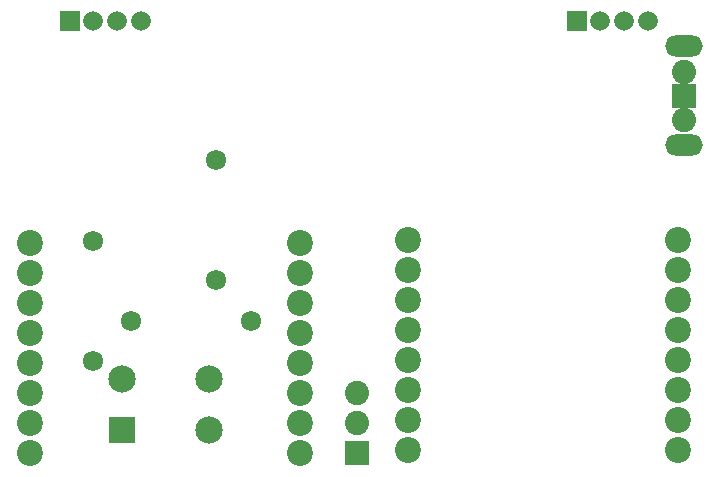
<source format=gbs>
G04 #@! TF.FileFunction,Soldermask,Bot*
%FSLAX46Y46*%
G04 Gerber Fmt 4.6, Leading zero omitted, Abs format (unit mm)*
G04 Created by KiCad (PCBNEW 4.0.7) date Wed Oct 11 15:04:58 2017*
%MOMM*%
%LPD*%
G01*
G04 APERTURE LIST*
%ADD10C,0.200000*%
%ADD11C,2.200000*%
%ADD12R,1.670000X1.670000*%
%ADD13C,1.670000*%
%ADD14R,2.051000X2.051000*%
%ADD15C,2.051000*%
%ADD16R,2.305000X2.305000*%
%ADD17C,2.305000*%
%ADD18C,1.720800*%
%ADD19O,3.194000X1.797000*%
G04 APERTURE END LIST*
D10*
D11*
X70358000Y-99060000D03*
X93218000Y-99060000D03*
X70358000Y-96520000D03*
X93218000Y-96520000D03*
X70358000Y-93980000D03*
X93218000Y-93980000D03*
X70358000Y-91440000D03*
X93218000Y-91440000D03*
X70358000Y-88900000D03*
X93218000Y-88900000D03*
X70358000Y-86360000D03*
X93218000Y-86360000D03*
X70358000Y-83820000D03*
X93218000Y-83820000D03*
X70358000Y-81280000D03*
X93218000Y-81280000D03*
X38354000Y-99314000D03*
X61214000Y-99314000D03*
X38354000Y-96774000D03*
X61214000Y-96774000D03*
X38354000Y-94234000D03*
X61214000Y-94234000D03*
X38354000Y-91694000D03*
X61214000Y-91694000D03*
X38354000Y-89154000D03*
X61214000Y-89154000D03*
X38354000Y-86614000D03*
X61214000Y-86614000D03*
X38354000Y-84074000D03*
X61214000Y-84074000D03*
X38354000Y-81534000D03*
X61214000Y-81534000D03*
D12*
X41704260Y-62738000D03*
D13*
X43705780Y-62738000D03*
X45702220Y-62738000D03*
X47703740Y-62738000D03*
D14*
X66040000Y-99314000D03*
D15*
X66040000Y-96774000D03*
X66040000Y-94234000D03*
D12*
X84630260Y-62738000D03*
D13*
X86631780Y-62738000D03*
X88628220Y-62738000D03*
X90629740Y-62738000D03*
D16*
X46101000Y-97409000D03*
D17*
X46101000Y-93091000D03*
X53467000Y-93091000D03*
X53467000Y-97409000D03*
D18*
X43688000Y-91567000D03*
X43688000Y-81407000D03*
X54102000Y-74549000D03*
X54102000Y-84709000D03*
X57023000Y-88138000D03*
X46863000Y-88138000D03*
D15*
X93726000Y-67056000D03*
X93726000Y-71120000D03*
D14*
X93726000Y-69088000D03*
D19*
X93726000Y-64922400D03*
X93726000Y-73253600D03*
M02*

</source>
